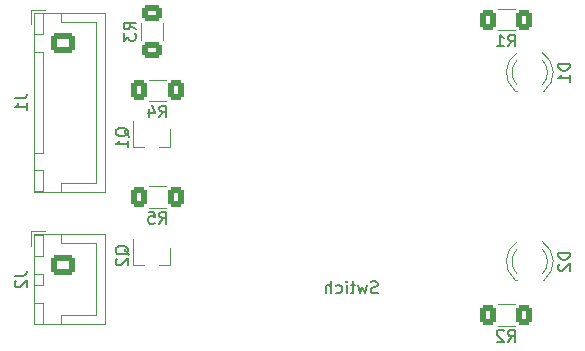
<source format=gbo>
G04 #@! TF.GenerationSoftware,KiCad,Pcbnew,(6.0.4)*
G04 #@! TF.CreationDate,2022-04-25T12:44:50+02:00*
G04 #@! TF.ProjectId,switchpcb,73776974-6368-4706-9362-2e6b69636164,rev?*
G04 #@! TF.SameCoordinates,Original*
G04 #@! TF.FileFunction,Legend,Bot*
G04 #@! TF.FilePolarity,Positive*
%FSLAX46Y46*%
G04 Gerber Fmt 4.6, Leading zero omitted, Abs format (unit mm)*
G04 Created by KiCad (PCBNEW (6.0.4)) date 2022-04-25 12:44:50*
%MOMM*%
%LPD*%
G01*
G04 APERTURE LIST*
G04 Aperture macros list*
%AMRoundRect*
0 Rectangle with rounded corners*
0 $1 Rounding radius*
0 $2 $3 $4 $5 $6 $7 $8 $9 X,Y pos of 4 corners*
0 Add a 4 corners polygon primitive as box body*
4,1,4,$2,$3,$4,$5,$6,$7,$8,$9,$2,$3,0*
0 Add four circle primitives for the rounded corners*
1,1,$1+$1,$2,$3*
1,1,$1+$1,$4,$5*
1,1,$1+$1,$6,$7*
1,1,$1+$1,$8,$9*
0 Add four rect primitives between the rounded corners*
20,1,$1+$1,$2,$3,$4,$5,0*
20,1,$1+$1,$4,$5,$6,$7,0*
20,1,$1+$1,$6,$7,$8,$9,0*
20,1,$1+$1,$8,$9,$2,$3,0*%
G04 Aperture macros list end*
%ADD10C,0.150000*%
%ADD11C,0.120000*%
%ADD12R,1.800000X1.800000*%
%ADD13C,1.800000*%
%ADD14RoundRect,0.250000X-0.750000X0.600000X-0.750000X-0.600000X0.750000X-0.600000X0.750000X0.600000X0*%
%ADD15O,2.000000X1.700000*%
%ADD16R,0.800000X0.900000*%
%ADD17RoundRect,0.250000X-0.625000X0.400000X-0.625000X-0.400000X0.625000X-0.400000X0.625000X0.400000X0*%
%ADD18RoundRect,0.250000X-0.725000X0.600000X-0.725000X-0.600000X0.725000X-0.600000X0.725000X0.600000X0*%
%ADD19O,1.950000X1.700000*%
%ADD20RoundRect,0.250000X-0.400000X-0.625000X0.400000X-0.625000X0.400000X0.625000X-0.400000X0.625000X0*%
%ADD21C,18.000000*%
G04 APERTURE END LIST*
D10*
X72412380Y-105741904D02*
X71412380Y-105741904D01*
X71412380Y-105980000D01*
X71460000Y-106122857D01*
X71555238Y-106218095D01*
X71650476Y-106265714D01*
X71840952Y-106313333D01*
X71983809Y-106313333D01*
X72174285Y-106265714D01*
X72269523Y-106218095D01*
X72364761Y-106122857D01*
X72412380Y-105980000D01*
X72412380Y-105741904D01*
X72412380Y-107265714D02*
X72412380Y-106694285D01*
X72412380Y-106980000D02*
X71412380Y-106980000D01*
X71555238Y-106884761D01*
X71650476Y-106789523D01*
X71698095Y-106694285D01*
X72412380Y-121741904D02*
X71412380Y-121741904D01*
X71412380Y-121980000D01*
X71460000Y-122122857D01*
X71555238Y-122218095D01*
X71650476Y-122265714D01*
X71840952Y-122313333D01*
X71983809Y-122313333D01*
X72174285Y-122265714D01*
X72269523Y-122218095D01*
X72364761Y-122122857D01*
X72412380Y-121980000D01*
X72412380Y-121741904D01*
X71507619Y-122694285D02*
X71460000Y-122741904D01*
X71412380Y-122837142D01*
X71412380Y-123075238D01*
X71460000Y-123170476D01*
X71507619Y-123218095D01*
X71602857Y-123265714D01*
X71698095Y-123265714D01*
X71840952Y-123218095D01*
X72412380Y-122646666D01*
X72412380Y-123265714D01*
X25402380Y-123666666D02*
X26116666Y-123666666D01*
X26259523Y-123619047D01*
X26354761Y-123523809D01*
X26402380Y-123380952D01*
X26402380Y-123285714D01*
X25497619Y-124095238D02*
X25450000Y-124142857D01*
X25402380Y-124238095D01*
X25402380Y-124476190D01*
X25450000Y-124571428D01*
X25497619Y-124619047D01*
X25592857Y-124666666D01*
X25688095Y-124666666D01*
X25830952Y-124619047D01*
X26402380Y-124047619D01*
X26402380Y-124666666D01*
X35047619Y-111904761D02*
X35000000Y-111809523D01*
X34904761Y-111714285D01*
X34761904Y-111571428D01*
X34714285Y-111476190D01*
X34714285Y-111380952D01*
X34952380Y-111428571D02*
X34904761Y-111333333D01*
X34809523Y-111238095D01*
X34619047Y-111190476D01*
X34285714Y-111190476D01*
X34095238Y-111238095D01*
X34000000Y-111333333D01*
X33952380Y-111428571D01*
X33952380Y-111619047D01*
X34000000Y-111714285D01*
X34095238Y-111809523D01*
X34285714Y-111857142D01*
X34619047Y-111857142D01*
X34809523Y-111809523D01*
X34904761Y-111714285D01*
X34952380Y-111619047D01*
X34952380Y-111428571D01*
X34952380Y-112809523D02*
X34952380Y-112238095D01*
X34952380Y-112523809D02*
X33952380Y-112523809D01*
X34095238Y-112428571D01*
X34190476Y-112333333D01*
X34238095Y-112238095D01*
X35047619Y-121904761D02*
X35000000Y-121809523D01*
X34904761Y-121714285D01*
X34761904Y-121571428D01*
X34714285Y-121476190D01*
X34714285Y-121380952D01*
X34952380Y-121428571D02*
X34904761Y-121333333D01*
X34809523Y-121238095D01*
X34619047Y-121190476D01*
X34285714Y-121190476D01*
X34095238Y-121238095D01*
X34000000Y-121333333D01*
X33952380Y-121428571D01*
X33952380Y-121619047D01*
X34000000Y-121714285D01*
X34095238Y-121809523D01*
X34285714Y-121857142D01*
X34619047Y-121857142D01*
X34809523Y-121809523D01*
X34904761Y-121714285D01*
X34952380Y-121619047D01*
X34952380Y-121428571D01*
X34047619Y-122238095D02*
X34000000Y-122285714D01*
X33952380Y-122380952D01*
X33952380Y-122619047D01*
X34000000Y-122714285D01*
X34047619Y-122761904D01*
X34142857Y-122809523D01*
X34238095Y-122809523D01*
X34380952Y-122761904D01*
X34952380Y-122190476D01*
X34952380Y-122809523D01*
X35632380Y-102833333D02*
X35156190Y-102500000D01*
X35632380Y-102261904D02*
X34632380Y-102261904D01*
X34632380Y-102642857D01*
X34680000Y-102738095D01*
X34727619Y-102785714D01*
X34822857Y-102833333D01*
X34965714Y-102833333D01*
X35060952Y-102785714D01*
X35108571Y-102738095D01*
X35156190Y-102642857D01*
X35156190Y-102261904D01*
X34632380Y-103166666D02*
X34632380Y-103785714D01*
X35013333Y-103452380D01*
X35013333Y-103595238D01*
X35060952Y-103690476D01*
X35108571Y-103738095D01*
X35203809Y-103785714D01*
X35441904Y-103785714D01*
X35537142Y-103738095D01*
X35584761Y-103690476D01*
X35632380Y-103595238D01*
X35632380Y-103309523D01*
X35584761Y-103214285D01*
X35537142Y-103166666D01*
X25402380Y-108666666D02*
X26116666Y-108666666D01*
X26259523Y-108619047D01*
X26354761Y-108523809D01*
X26402380Y-108380952D01*
X26402380Y-108285714D01*
X26402380Y-109666666D02*
X26402380Y-109095238D01*
X26402380Y-109380952D02*
X25402380Y-109380952D01*
X25545238Y-109285714D01*
X25640476Y-109190476D01*
X25688095Y-109095238D01*
X67166666Y-104272380D02*
X67500000Y-103796190D01*
X67738095Y-104272380D02*
X67738095Y-103272380D01*
X67357142Y-103272380D01*
X67261904Y-103320000D01*
X67214285Y-103367619D01*
X67166666Y-103462857D01*
X67166666Y-103605714D01*
X67214285Y-103700952D01*
X67261904Y-103748571D01*
X67357142Y-103796190D01*
X67738095Y-103796190D01*
X66214285Y-104272380D02*
X66785714Y-104272380D01*
X66500000Y-104272380D02*
X66500000Y-103272380D01*
X66595238Y-103415238D01*
X66690476Y-103510476D01*
X66785714Y-103558095D01*
X37641667Y-110272380D02*
X37975001Y-109796190D01*
X38213096Y-110272380D02*
X38213096Y-109272380D01*
X37832143Y-109272380D01*
X37736905Y-109320000D01*
X37689286Y-109367619D01*
X37641667Y-109462857D01*
X37641667Y-109605714D01*
X37689286Y-109700952D01*
X37736905Y-109748571D01*
X37832143Y-109796190D01*
X38213096Y-109796190D01*
X36784524Y-109605714D02*
X36784524Y-110272380D01*
X37022620Y-109224761D02*
X37260715Y-109939047D01*
X36641667Y-109939047D01*
X37641667Y-119272380D02*
X37975001Y-118796190D01*
X38213096Y-119272380D02*
X38213096Y-118272380D01*
X37832143Y-118272380D01*
X37736905Y-118320000D01*
X37689286Y-118367619D01*
X37641667Y-118462857D01*
X37641667Y-118605714D01*
X37689286Y-118700952D01*
X37736905Y-118748571D01*
X37832143Y-118796190D01*
X38213096Y-118796190D01*
X36736905Y-118272380D02*
X37213096Y-118272380D01*
X37260715Y-118748571D01*
X37213096Y-118700952D01*
X37117858Y-118653333D01*
X36879762Y-118653333D01*
X36784524Y-118700952D01*
X36736905Y-118748571D01*
X36689286Y-118843809D01*
X36689286Y-119081904D01*
X36736905Y-119177142D01*
X36784524Y-119224761D01*
X36879762Y-119272380D01*
X37117858Y-119272380D01*
X37213096Y-119224761D01*
X37260715Y-119177142D01*
X67166666Y-129272380D02*
X67500000Y-128796190D01*
X67738095Y-129272380D02*
X67738095Y-128272380D01*
X67357142Y-128272380D01*
X67261904Y-128320000D01*
X67214285Y-128367619D01*
X67166666Y-128462857D01*
X67166666Y-128605714D01*
X67214285Y-128700952D01*
X67261904Y-128748571D01*
X67357142Y-128796190D01*
X67738095Y-128796190D01*
X66785714Y-128367619D02*
X66738095Y-128320000D01*
X66642857Y-128272380D01*
X66404761Y-128272380D01*
X66309523Y-128320000D01*
X66261904Y-128367619D01*
X66214285Y-128462857D01*
X66214285Y-128558095D01*
X66261904Y-128700952D01*
X66833333Y-129272380D01*
X66214285Y-129272380D01*
X56114285Y-125104761D02*
X55971428Y-125152380D01*
X55733333Y-125152380D01*
X55638095Y-125104761D01*
X55590476Y-125057142D01*
X55542857Y-124961904D01*
X55542857Y-124866666D01*
X55590476Y-124771428D01*
X55638095Y-124723809D01*
X55733333Y-124676190D01*
X55923809Y-124628571D01*
X56019047Y-124580952D01*
X56066666Y-124533333D01*
X56114285Y-124438095D01*
X56114285Y-124342857D01*
X56066666Y-124247619D01*
X56019047Y-124200000D01*
X55923809Y-124152380D01*
X55685714Y-124152380D01*
X55542857Y-124200000D01*
X55209523Y-124485714D02*
X55019047Y-125152380D01*
X54828571Y-124676190D01*
X54638095Y-125152380D01*
X54447619Y-124485714D01*
X54209523Y-124485714D02*
X53828571Y-124485714D01*
X54066666Y-124152380D02*
X54066666Y-125009523D01*
X54019047Y-125104761D01*
X53923809Y-125152380D01*
X53828571Y-125152380D01*
X53495238Y-125152380D02*
X53495238Y-124485714D01*
X53495238Y-124152380D02*
X53542857Y-124200000D01*
X53495238Y-124247619D01*
X53447619Y-124200000D01*
X53495238Y-124152380D01*
X53495238Y-124247619D01*
X52590476Y-125104761D02*
X52685714Y-125152380D01*
X52876190Y-125152380D01*
X52971428Y-125104761D01*
X53019047Y-125057142D01*
X53066666Y-124961904D01*
X53066666Y-124676190D01*
X53019047Y-124580952D01*
X52971428Y-124533333D01*
X52876190Y-124485714D01*
X52685714Y-124485714D01*
X52590476Y-124533333D01*
X52161904Y-125152380D02*
X52161904Y-124152380D01*
X51733333Y-125152380D02*
X51733333Y-124628571D01*
X51780952Y-124533333D01*
X51876190Y-124485714D01*
X52019047Y-124485714D01*
X52114285Y-124533333D01*
X52161904Y-124580952D01*
D11*
X70236000Y-108040000D02*
X70080000Y-108040000D01*
X67920000Y-108040000D02*
X67764000Y-108040000D01*
X67921392Y-104807665D02*
G75*
G03*
X67764484Y-108040000I1078608J-1672335D01*
G01*
X67920163Y-105438870D02*
G75*
G03*
X67920000Y-107520961I1079837J-1041130D01*
G01*
X70080000Y-107520961D02*
G75*
G03*
X70079837Y-105438870I-1080000J1040961D01*
G01*
X70235516Y-108040000D02*
G75*
G03*
X70078608Y-104807665I-1235516J1560000D01*
G01*
X70236000Y-124040000D02*
X70080000Y-124040000D01*
X67920000Y-124040000D02*
X67764000Y-124040000D01*
X70235516Y-124040000D02*
G75*
G03*
X70078608Y-120807665I-1235516J1560000D01*
G01*
X67920163Y-121438870D02*
G75*
G03*
X67920000Y-123520961I1079837J-1041130D01*
G01*
X67921392Y-120807665D02*
G75*
G03*
X67764484Y-124040000I1078608J-1672335D01*
G01*
X70080000Y-123520961D02*
G75*
G03*
X70079837Y-121438870I-1080000J1040961D01*
G01*
X32250000Y-120950000D02*
X32250000Y-124000000D01*
X33010000Y-127810000D02*
X27040000Y-127810000D01*
X32250000Y-127050000D02*
X32250000Y-124000000D01*
X27800000Y-124500000D02*
X27050000Y-124500000D01*
X27040000Y-127810000D02*
X27040000Y-120190000D01*
X27050000Y-123500000D02*
X27800000Y-123500000D01*
X27050000Y-120200000D02*
X27800000Y-120200000D01*
X27050000Y-127800000D02*
X27050000Y-126000000D01*
X33010000Y-120190000D02*
X33010000Y-127810000D01*
X27800000Y-126000000D02*
X27800000Y-127800000D01*
X29300000Y-120950000D02*
X32250000Y-120950000D01*
X26750000Y-119900000D02*
X28000000Y-119900000D01*
X27040000Y-120190000D02*
X33010000Y-120190000D01*
X27800000Y-123500000D02*
X27800000Y-124500000D01*
X27050000Y-124500000D02*
X27050000Y-123500000D01*
X27050000Y-122000000D02*
X27050000Y-120200000D01*
X27050000Y-126000000D02*
X27800000Y-126000000D01*
X29300000Y-120200000D02*
X29300000Y-120950000D01*
X26750000Y-121150000D02*
X26750000Y-119900000D01*
X27800000Y-127800000D02*
X27050000Y-127800000D01*
X27800000Y-122000000D02*
X27050000Y-122000000D01*
X29300000Y-127800000D02*
X29300000Y-127050000D01*
X29300000Y-127050000D02*
X32250000Y-127050000D01*
X27800000Y-120200000D02*
X27800000Y-122000000D01*
X35420000Y-112760000D02*
X36350000Y-112760000D01*
X38580000Y-112760000D02*
X37650000Y-112760000D01*
X35420000Y-112760000D02*
X35420000Y-110600000D01*
X38580000Y-112760000D02*
X38580000Y-111300000D01*
X38580000Y-122760000D02*
X37650000Y-122760000D01*
X38580000Y-122760000D02*
X38580000Y-121300000D01*
X35420000Y-122760000D02*
X36350000Y-122760000D01*
X35420000Y-122760000D02*
X35420000Y-120600000D01*
X36090000Y-102272936D02*
X36090000Y-103727064D01*
X37910000Y-102272936D02*
X37910000Y-103727064D01*
X32250000Y-102200000D02*
X32250000Y-109000000D01*
X32250000Y-115800000D02*
X32250000Y-109000000D01*
X29300000Y-115800000D02*
X32250000Y-115800000D01*
X27800000Y-101450000D02*
X27800000Y-103250000D01*
X27800000Y-104750000D02*
X27800000Y-113250000D01*
X26750000Y-101150000D02*
X28000000Y-101150000D01*
X27800000Y-103250000D02*
X27050000Y-103250000D01*
X27050000Y-114750000D02*
X27800000Y-114750000D01*
X27050000Y-104750000D02*
X27800000Y-104750000D01*
X33010000Y-116560000D02*
X27040000Y-116560000D01*
X27800000Y-116550000D02*
X27050000Y-116550000D01*
X26750000Y-102400000D02*
X26750000Y-101150000D01*
X29300000Y-102200000D02*
X32250000Y-102200000D01*
X29300000Y-101450000D02*
X29300000Y-102200000D01*
X27800000Y-114750000D02*
X27800000Y-116550000D01*
X27040000Y-116560000D02*
X27040000Y-101440000D01*
X27050000Y-113250000D02*
X27050000Y-104750000D01*
X29300000Y-116550000D02*
X29300000Y-115800000D01*
X27050000Y-116550000D02*
X27050000Y-114750000D01*
X27050000Y-101450000D02*
X27800000Y-101450000D01*
X27040000Y-101440000D02*
X33010000Y-101440000D01*
X27050000Y-103250000D02*
X27050000Y-101450000D01*
X27800000Y-113250000D02*
X27050000Y-113250000D01*
X33010000Y-101440000D02*
X33010000Y-116560000D01*
X66272936Y-102910000D02*
X67727064Y-102910000D01*
X66272936Y-101090000D02*
X67727064Y-101090000D01*
X36747937Y-107090000D02*
X38202065Y-107090000D01*
X36747937Y-108910000D02*
X38202065Y-108910000D01*
X36747937Y-116090000D02*
X38202065Y-116090000D01*
X36747937Y-117910000D02*
X38202065Y-117910000D01*
X66272936Y-127910000D02*
X67727064Y-127910000D01*
X66272936Y-126090000D02*
X67727064Y-126090000D01*
%LPC*%
D12*
X69000000Y-107750000D03*
D13*
X69000000Y-105210000D03*
D12*
X69000000Y-123750000D03*
D13*
X69000000Y-121210000D03*
D14*
X29500000Y-122750000D03*
D15*
X29500000Y-125250000D03*
D16*
X36050000Y-111000000D03*
X37950000Y-111000000D03*
X37000000Y-113000000D03*
X36050000Y-121000000D03*
X37950000Y-121000000D03*
X37000000Y-123000000D03*
D17*
X37000000Y-101450000D03*
X37000000Y-104550000D03*
D18*
X29500000Y-104000000D03*
D19*
X29500000Y-106500000D03*
X29500000Y-109000000D03*
X29500000Y-111500000D03*
X29500000Y-114000000D03*
D20*
X65450000Y-102000000D03*
X68550000Y-102000000D03*
X35925001Y-108000000D03*
X39025001Y-108000000D03*
X35925001Y-117000000D03*
X39025001Y-117000000D03*
X65450000Y-127000000D03*
X68550000Y-127000000D03*
D21*
X54000000Y-114500000D03*
M02*

</source>
